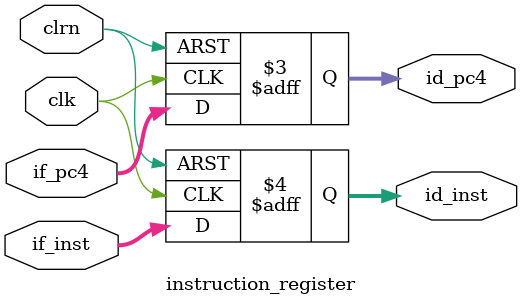
<source format=v>
`timescale 1ns / 1ps
module instruction_register(if_pc4,if_inst,clk,clrn,id_pc4,id_inst
    );
	input [31:0] if_pc4, if_inst;
	input clk, clrn;
	output [31:0] id_pc4, id_inst;
	reg [31:0] id_pc4, id_inst;
	
	always @ (posedge clk or negedge clrn)
		if(clrn == 0)
			begin 
				id_pc4 <= 0;
				id_inst <= 0;
			end
		else
			begin
				id_pc4 <= if_pc4;
				id_inst <= if_inst;
			end

endmodule

</source>
